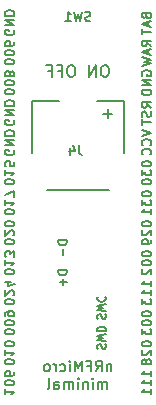
<source format=gbo>
G04 #@! TF.GenerationSoftware,KiCad,Pcbnew,5.1.4+dfsg1-1*
G04 #@! TF.CreationDate,2020-04-01T11:30:31+02:00*
G04 #@! TF.ProjectId,nrfmicro,6e72666d-6963-4726-9f2e-6b696361645f,rev?*
G04 #@! TF.SameCoordinates,Original*
G04 #@! TF.FileFunction,Legend,Bot*
G04 #@! TF.FilePolarity,Positive*
%FSLAX46Y46*%
G04 Gerber Fmt 4.6, Leading zero omitted, Abs format (unit mm)*
G04 Created by KiCad (PCBNEW 5.1.4+dfsg1-1) date 2020-04-01 11:30:31*
%MOMM*%
%LPD*%
G04 APERTURE LIST*
%ADD10C,0.150000*%
%ADD11C,0.200000*%
G04 APERTURE END LIST*
D10*
X106722485Y-117504203D02*
X105960580Y-117504203D01*
X106341533Y-117885155D02*
X106341533Y-117123251D01*
X106182485Y-113392655D02*
X105992009Y-113392655D01*
X105896771Y-113440275D01*
X105801533Y-113535513D01*
X105753913Y-113725989D01*
X105753913Y-114059322D01*
X105801533Y-114249798D01*
X105896771Y-114345036D01*
X105992009Y-114392655D01*
X106182485Y-114392655D01*
X106277723Y-114345036D01*
X106372961Y-114249798D01*
X106420580Y-114059322D01*
X106420580Y-113725989D01*
X106372961Y-113535513D01*
X106277723Y-113440275D01*
X106182485Y-113392655D01*
X105325342Y-114392655D02*
X105325342Y-113392655D01*
X104753913Y-114392655D01*
X104753913Y-113392655D01*
X103325342Y-113392655D02*
X103134866Y-113392655D01*
X103039628Y-113440275D01*
X102944390Y-113535513D01*
X102896771Y-113725989D01*
X102896771Y-114059322D01*
X102944390Y-114249798D01*
X103039628Y-114345036D01*
X103134866Y-114392655D01*
X103325342Y-114392655D01*
X103420580Y-114345036D01*
X103515818Y-114249798D01*
X103563437Y-114059322D01*
X103563437Y-113725989D01*
X103515818Y-113535513D01*
X103420580Y-113440275D01*
X103325342Y-113392655D01*
X102134866Y-113868846D02*
X102468199Y-113868846D01*
X102468199Y-114392655D02*
X102468199Y-113392655D01*
X101992009Y-113392655D01*
X101277723Y-113868846D02*
X101611056Y-113868846D01*
X101611056Y-114392655D02*
X101611056Y-113392655D01*
X101134866Y-113392655D01*
X106630104Y-138714917D02*
X106630104Y-139314917D01*
X106630104Y-138800632D02*
X106587247Y-138757775D01*
X106501533Y-138714917D01*
X106372961Y-138714917D01*
X106287247Y-138757775D01*
X106244390Y-138843489D01*
X106244390Y-139314917D01*
X105301533Y-139314917D02*
X105601533Y-138886346D01*
X105815818Y-139314917D02*
X105815818Y-138414917D01*
X105472961Y-138414917D01*
X105387247Y-138457775D01*
X105344390Y-138500632D01*
X105301533Y-138586346D01*
X105301533Y-138714917D01*
X105344390Y-138800632D01*
X105387247Y-138843489D01*
X105472961Y-138886346D01*
X105815818Y-138886346D01*
X104615818Y-138843489D02*
X104915818Y-138843489D01*
X104915818Y-139314917D02*
X104915818Y-138414917D01*
X104487247Y-138414917D01*
X104144390Y-139314917D02*
X104144390Y-138414917D01*
X103844390Y-139057775D01*
X103544390Y-138414917D01*
X103544390Y-139314917D01*
X103115818Y-139314917D02*
X103115818Y-138714917D01*
X103115818Y-138414917D02*
X103158675Y-138457775D01*
X103115818Y-138500632D01*
X103072961Y-138457775D01*
X103115818Y-138414917D01*
X103115818Y-138500632D01*
X102301532Y-139272060D02*
X102387247Y-139314917D01*
X102558675Y-139314917D01*
X102644390Y-139272060D01*
X102687247Y-139229203D01*
X102730104Y-139143489D01*
X102730104Y-138886346D01*
X102687247Y-138800632D01*
X102644390Y-138757775D01*
X102558675Y-138714917D01*
X102387247Y-138714917D01*
X102301532Y-138757775D01*
X101915818Y-139314917D02*
X101915818Y-138714917D01*
X101915818Y-138886346D02*
X101872961Y-138800632D01*
X101830104Y-138757775D01*
X101744390Y-138714917D01*
X101658675Y-138714917D01*
X101230104Y-139314917D02*
X101315818Y-139272060D01*
X101358675Y-139229203D01*
X101401532Y-139143489D01*
X101401532Y-138886346D01*
X101358675Y-138800632D01*
X101315818Y-138757775D01*
X101230104Y-138714917D01*
X101101532Y-138714917D01*
X101015818Y-138757775D01*
X100972961Y-138800632D01*
X100930104Y-138886346D01*
X100930104Y-139143489D01*
X100972961Y-139229203D01*
X101015818Y-139272060D01*
X101101532Y-139314917D01*
X101230104Y-139314917D01*
X106265818Y-140814917D02*
X106265818Y-140214917D01*
X106265818Y-140300632D02*
X106222961Y-140257775D01*
X106137247Y-140214917D01*
X106008675Y-140214917D01*
X105922961Y-140257775D01*
X105880104Y-140343489D01*
X105880104Y-140814917D01*
X105880104Y-140343489D02*
X105837247Y-140257775D01*
X105751533Y-140214917D01*
X105622961Y-140214917D01*
X105537247Y-140257775D01*
X105494390Y-140343489D01*
X105494390Y-140814917D01*
X105065818Y-140814917D02*
X105065818Y-140214917D01*
X105065818Y-139914917D02*
X105108675Y-139957775D01*
X105065818Y-140000632D01*
X105022961Y-139957775D01*
X105065818Y-139914917D01*
X105065818Y-140000632D01*
X104637247Y-140214917D02*
X104637247Y-140814917D01*
X104637247Y-140300632D02*
X104594390Y-140257775D01*
X104508675Y-140214917D01*
X104380104Y-140214917D01*
X104294390Y-140257775D01*
X104251533Y-140343489D01*
X104251533Y-140814917D01*
X103822961Y-140814917D02*
X103822961Y-140214917D01*
X103822961Y-139914917D02*
X103865818Y-139957775D01*
X103822961Y-140000632D01*
X103780104Y-139957775D01*
X103822961Y-139914917D01*
X103822961Y-140000632D01*
X103394390Y-140814917D02*
X103394390Y-140214917D01*
X103394390Y-140300632D02*
X103351533Y-140257775D01*
X103265818Y-140214917D01*
X103137247Y-140214917D01*
X103051533Y-140257775D01*
X103008675Y-140343489D01*
X103008675Y-140814917D01*
X103008675Y-140343489D02*
X102965818Y-140257775D01*
X102880104Y-140214917D01*
X102751533Y-140214917D01*
X102665818Y-140257775D01*
X102622961Y-140343489D01*
X102622961Y-140814917D01*
X101808675Y-140814917D02*
X101808675Y-140343489D01*
X101851533Y-140257775D01*
X101937247Y-140214917D01*
X102108675Y-140214917D01*
X102194390Y-140257775D01*
X101808675Y-140772060D02*
X101894390Y-140814917D01*
X102108675Y-140814917D01*
X102194390Y-140772060D01*
X102237247Y-140686346D01*
X102237247Y-140600632D01*
X102194390Y-140514917D01*
X102108675Y-140472060D01*
X101894390Y-140472060D01*
X101808675Y-140429203D01*
X101251533Y-140814917D02*
X101337247Y-140772060D01*
X101380104Y-140686346D01*
X101380104Y-139914917D01*
D11*
X101218000Y-123998000D02*
X106418000Y-123998000D01*
X99918000Y-116398000D02*
X99918000Y-120798000D01*
X107718000Y-116398000D02*
X105453000Y-116398000D01*
X107718000Y-116398000D02*
X107718000Y-120798000D01*
X102183000Y-116398000D02*
X99918000Y-116398000D01*
D10*
X102848199Y-130786108D02*
X102148199Y-130786108D01*
X102148199Y-130952775D01*
X102181533Y-131052775D01*
X102248199Y-131119441D01*
X102314866Y-131152775D01*
X102448199Y-131186108D01*
X102548199Y-131186108D01*
X102681533Y-131152775D01*
X102748199Y-131119441D01*
X102814866Y-131052775D01*
X102848199Y-130952775D01*
X102848199Y-130786108D01*
X102581533Y-131486108D02*
X102581533Y-132019441D01*
X102848199Y-131752775D02*
X102314866Y-131752775D01*
X102848199Y-128246108D02*
X102148199Y-128246108D01*
X102148199Y-128412775D01*
X102181533Y-128512775D01*
X102248199Y-128579441D01*
X102314866Y-128612775D01*
X102448199Y-128646108D01*
X102548199Y-128646108D01*
X102681533Y-128612775D01*
X102748199Y-128579441D01*
X102814866Y-128512775D01*
X102848199Y-128412775D01*
X102848199Y-128246108D01*
X102581533Y-128946108D02*
X102581533Y-129479441D01*
X103884666Y-120169679D02*
X103884666Y-120741108D01*
X103922761Y-120855394D01*
X103998952Y-120931584D01*
X104113238Y-120969679D01*
X104189428Y-120969679D01*
X103160857Y-120436346D02*
X103160857Y-120969679D01*
X103351333Y-120131584D02*
X103541809Y-120703013D01*
X103046571Y-120703013D01*
X105486699Y-134892775D02*
X105453366Y-134792775D01*
X105453366Y-134626108D01*
X105486699Y-134559441D01*
X105520033Y-134526108D01*
X105586699Y-134492775D01*
X105653366Y-134492775D01*
X105720033Y-134526108D01*
X105753366Y-134559441D01*
X105786699Y-134626108D01*
X105820033Y-134759441D01*
X105853366Y-134826108D01*
X105886699Y-134859441D01*
X105953366Y-134892775D01*
X106020033Y-134892775D01*
X106086699Y-134859441D01*
X106120033Y-134826108D01*
X106153366Y-134759441D01*
X106153366Y-134592775D01*
X106120033Y-134492775D01*
X106153366Y-134259441D02*
X105453366Y-134092775D01*
X105953366Y-133959441D01*
X105453366Y-133826108D01*
X106153366Y-133659441D01*
X105520033Y-132992775D02*
X105486699Y-133026108D01*
X105453366Y-133126108D01*
X105453366Y-133192775D01*
X105486699Y-133292775D01*
X105553366Y-133359441D01*
X105620033Y-133392775D01*
X105753366Y-133426108D01*
X105853366Y-133426108D01*
X105986699Y-133392775D01*
X106053366Y-133359441D01*
X106120033Y-133292775D01*
X106153366Y-133192775D01*
X106153366Y-133126108D01*
X106120033Y-133026108D01*
X106086699Y-132992775D01*
X105486699Y-137432775D02*
X105453366Y-137332775D01*
X105453366Y-137166108D01*
X105486699Y-137099441D01*
X105520033Y-137066108D01*
X105586699Y-137032775D01*
X105653366Y-137032775D01*
X105720033Y-137066108D01*
X105753366Y-137099441D01*
X105786699Y-137166108D01*
X105820033Y-137299441D01*
X105853366Y-137366108D01*
X105886699Y-137399441D01*
X105953366Y-137432775D01*
X106020033Y-137432775D01*
X106086699Y-137399441D01*
X106120033Y-137366108D01*
X106153366Y-137299441D01*
X106153366Y-137132775D01*
X106120033Y-137032775D01*
X106153366Y-136799441D02*
X105453366Y-136632775D01*
X105953366Y-136499441D01*
X105453366Y-136366108D01*
X106153366Y-136199441D01*
X105453366Y-135932775D02*
X106153366Y-135932775D01*
X106153366Y-135766108D01*
X106120033Y-135666108D01*
X106053366Y-135599441D01*
X105986699Y-135566108D01*
X105853366Y-135532775D01*
X105753366Y-135532775D01*
X105620033Y-135566108D01*
X105553366Y-135599441D01*
X105486699Y-135666108D01*
X105453366Y-135766108D01*
X105453366Y-135932775D01*
X109586857Y-109222523D02*
X109624952Y-109336809D01*
X109663047Y-109374904D01*
X109739238Y-109413000D01*
X109853523Y-109413000D01*
X109929714Y-109374904D01*
X109967809Y-109336809D01*
X110005904Y-109260619D01*
X110005904Y-108955857D01*
X109205904Y-108955857D01*
X109205904Y-109222523D01*
X109244000Y-109298714D01*
X109282095Y-109336809D01*
X109358285Y-109374904D01*
X109434476Y-109374904D01*
X109510666Y-109336809D01*
X109548761Y-109298714D01*
X109586857Y-109222523D01*
X109586857Y-108955857D01*
X109777333Y-109717761D02*
X109777333Y-110098714D01*
X110005904Y-109641571D02*
X109205904Y-109908238D01*
X110005904Y-110174904D01*
X109205904Y-110327285D02*
X109205904Y-110784428D01*
X110005904Y-110555857D02*
X109205904Y-110555857D01*
X98360000Y-110422523D02*
X98398095Y-110498714D01*
X98398095Y-110613000D01*
X98360000Y-110727285D01*
X98283809Y-110803476D01*
X98207619Y-110841571D01*
X98055238Y-110879666D01*
X97940952Y-110879666D01*
X97788571Y-110841571D01*
X97712380Y-110803476D01*
X97636190Y-110727285D01*
X97598095Y-110613000D01*
X97598095Y-110536809D01*
X97636190Y-110422523D01*
X97674285Y-110384428D01*
X97940952Y-110384428D01*
X97940952Y-110536809D01*
X97598095Y-110041571D02*
X98398095Y-110041571D01*
X97598095Y-109584428D01*
X98398095Y-109584428D01*
X97598095Y-109203476D02*
X98398095Y-109203476D01*
X98398095Y-109013000D01*
X98360000Y-108898714D01*
X98283809Y-108822523D01*
X98207619Y-108784428D01*
X98055238Y-108746333D01*
X97940952Y-108746333D01*
X97788571Y-108784428D01*
X97712380Y-108822523D01*
X97636190Y-108898714D01*
X97598095Y-109013000D01*
X97598095Y-109203476D01*
X104868666Y-109628809D02*
X104754380Y-109666904D01*
X104563904Y-109666904D01*
X104487714Y-109628809D01*
X104449619Y-109590714D01*
X104411523Y-109514523D01*
X104411523Y-109438333D01*
X104449619Y-109362142D01*
X104487714Y-109324047D01*
X104563904Y-109285952D01*
X104716285Y-109247857D01*
X104792476Y-109209761D01*
X104830571Y-109171666D01*
X104868666Y-109095476D01*
X104868666Y-109019285D01*
X104830571Y-108943095D01*
X104792476Y-108905000D01*
X104716285Y-108866904D01*
X104525809Y-108866904D01*
X104411523Y-108905000D01*
X104144857Y-108866904D02*
X103954380Y-109666904D01*
X103802000Y-109095476D01*
X103649619Y-109666904D01*
X103459142Y-108866904D01*
X102735333Y-109666904D02*
X103192476Y-109666904D01*
X102963904Y-109666904D02*
X102963904Y-108866904D01*
X103040095Y-108981190D01*
X103116285Y-109057380D01*
X103192476Y-109095476D01*
X110005437Y-111800394D02*
X109624485Y-111533727D01*
X110005437Y-111343251D02*
X109205437Y-111343251D01*
X109205437Y-111648013D01*
X109243533Y-111724203D01*
X109281628Y-111762298D01*
X109357818Y-111800394D01*
X109472104Y-111800394D01*
X109548294Y-111762298D01*
X109586390Y-111724203D01*
X109624485Y-111648013D01*
X109624485Y-111343251D01*
X109776866Y-112105155D02*
X109776866Y-112486108D01*
X110005437Y-112028965D02*
X109205437Y-112295632D01*
X110005437Y-112562298D01*
X109205437Y-112752775D02*
X110005437Y-112943251D01*
X109434009Y-113095632D01*
X110005437Y-113248013D01*
X109205437Y-113438489D01*
X98397628Y-113152775D02*
X98397628Y-113076584D01*
X98359533Y-113000394D01*
X98321437Y-112962298D01*
X98245247Y-112924203D01*
X98092866Y-112886108D01*
X97902390Y-112886108D01*
X97750009Y-112924203D01*
X97673818Y-112962298D01*
X97635723Y-113000394D01*
X97597628Y-113076584D01*
X97597628Y-113152775D01*
X97635723Y-113228965D01*
X97673818Y-113267060D01*
X97750009Y-113305155D01*
X97902390Y-113343251D01*
X98092866Y-113343251D01*
X98245247Y-113305155D01*
X98321437Y-113267060D01*
X98359533Y-113228965D01*
X98397628Y-113152775D01*
X98397628Y-112390870D02*
X98397628Y-112314679D01*
X98359533Y-112238489D01*
X98321437Y-112200394D01*
X98245247Y-112162298D01*
X98092866Y-112124203D01*
X97902390Y-112124203D01*
X97750009Y-112162298D01*
X97673818Y-112200394D01*
X97635723Y-112238489D01*
X97597628Y-112314679D01*
X97597628Y-112390870D01*
X97635723Y-112467060D01*
X97673818Y-112505155D01*
X97750009Y-112543251D01*
X97902390Y-112581346D01*
X98092866Y-112581346D01*
X98245247Y-112543251D01*
X98321437Y-112505155D01*
X98359533Y-112467060D01*
X98397628Y-112390870D01*
X98397628Y-111438489D02*
X98397628Y-111590870D01*
X98359533Y-111667060D01*
X98321437Y-111705155D01*
X98207152Y-111781346D01*
X98054771Y-111819441D01*
X97750009Y-111819441D01*
X97673818Y-111781346D01*
X97635723Y-111743251D01*
X97597628Y-111667060D01*
X97597628Y-111514679D01*
X97635723Y-111438489D01*
X97673818Y-111400394D01*
X97750009Y-111362298D01*
X97940485Y-111362298D01*
X98016675Y-111400394D01*
X98054771Y-111438489D01*
X98092866Y-111514679D01*
X98092866Y-111667060D01*
X98054771Y-111743251D01*
X98016675Y-111781346D01*
X97940485Y-111819441D01*
X98397628Y-115692775D02*
X98397628Y-115616584D01*
X98359533Y-115540394D01*
X98321437Y-115502298D01*
X98245247Y-115464203D01*
X98092866Y-115426108D01*
X97902390Y-115426108D01*
X97750009Y-115464203D01*
X97673818Y-115502298D01*
X97635723Y-115540394D01*
X97597628Y-115616584D01*
X97597628Y-115692775D01*
X97635723Y-115768965D01*
X97673818Y-115807060D01*
X97750009Y-115845155D01*
X97902390Y-115883251D01*
X98092866Y-115883251D01*
X98245247Y-115845155D01*
X98321437Y-115807060D01*
X98359533Y-115768965D01*
X98397628Y-115692775D01*
X98397628Y-114930870D02*
X98397628Y-114854679D01*
X98359533Y-114778489D01*
X98321437Y-114740394D01*
X98245247Y-114702298D01*
X98092866Y-114664203D01*
X97902390Y-114664203D01*
X97750009Y-114702298D01*
X97673818Y-114740394D01*
X97635723Y-114778489D01*
X97597628Y-114854679D01*
X97597628Y-114930870D01*
X97635723Y-115007060D01*
X97673818Y-115045155D01*
X97750009Y-115083251D01*
X97902390Y-115121346D01*
X98092866Y-115121346D01*
X98245247Y-115083251D01*
X98321437Y-115045155D01*
X98359533Y-115007060D01*
X98397628Y-114930870D01*
X98054771Y-114207060D02*
X98092866Y-114283251D01*
X98130961Y-114321346D01*
X98207152Y-114359441D01*
X98245247Y-114359441D01*
X98321437Y-114321346D01*
X98359533Y-114283251D01*
X98397628Y-114207060D01*
X98397628Y-114054679D01*
X98359533Y-113978489D01*
X98321437Y-113940394D01*
X98245247Y-113902298D01*
X98207152Y-113902298D01*
X98130961Y-113940394D01*
X98092866Y-113978489D01*
X98054771Y-114054679D01*
X98054771Y-114207060D01*
X98016675Y-114283251D01*
X97978580Y-114321346D01*
X97902390Y-114359441D01*
X97750009Y-114359441D01*
X97673818Y-114321346D01*
X97635723Y-114283251D01*
X97597628Y-114207060D01*
X97597628Y-114054679D01*
X97635723Y-113978489D01*
X97673818Y-113940394D01*
X97750009Y-113902298D01*
X97902390Y-113902298D01*
X97978580Y-113940394D01*
X98016675Y-113978489D01*
X98054771Y-114054679D01*
X98359533Y-118042298D02*
X98397628Y-118118489D01*
X98397628Y-118232775D01*
X98359533Y-118347060D01*
X98283342Y-118423251D01*
X98207152Y-118461346D01*
X98054771Y-118499441D01*
X97940485Y-118499441D01*
X97788104Y-118461346D01*
X97711913Y-118423251D01*
X97635723Y-118347060D01*
X97597628Y-118232775D01*
X97597628Y-118156584D01*
X97635723Y-118042298D01*
X97673818Y-118004203D01*
X97940485Y-118004203D01*
X97940485Y-118156584D01*
X97597628Y-117661346D02*
X98397628Y-117661346D01*
X97597628Y-117204203D01*
X98397628Y-117204203D01*
X97597628Y-116823251D02*
X98397628Y-116823251D01*
X98397628Y-116632775D01*
X98359533Y-116518489D01*
X98283342Y-116442298D01*
X98207152Y-116404203D01*
X98054771Y-116366108D01*
X97940485Y-116366108D01*
X97788104Y-116404203D01*
X97711913Y-116442298D01*
X97635723Y-116518489D01*
X97597628Y-116632775D01*
X97597628Y-116823251D01*
X98359533Y-120582298D02*
X98397628Y-120658489D01*
X98397628Y-120772775D01*
X98359533Y-120887060D01*
X98283342Y-120963251D01*
X98207152Y-121001346D01*
X98054771Y-121039441D01*
X97940485Y-121039441D01*
X97788104Y-121001346D01*
X97711913Y-120963251D01*
X97635723Y-120887060D01*
X97597628Y-120772775D01*
X97597628Y-120696584D01*
X97635723Y-120582298D01*
X97673818Y-120544203D01*
X97940485Y-120544203D01*
X97940485Y-120696584D01*
X97597628Y-120201346D02*
X98397628Y-120201346D01*
X97597628Y-119744203D01*
X98397628Y-119744203D01*
X97597628Y-119363251D02*
X98397628Y-119363251D01*
X98397628Y-119172775D01*
X98359533Y-119058489D01*
X98283342Y-118982298D01*
X98207152Y-118944203D01*
X98054771Y-118906108D01*
X97940485Y-118906108D01*
X97788104Y-118944203D01*
X97711913Y-118982298D01*
X97635723Y-119058489D01*
X97597628Y-119172775D01*
X97597628Y-119363251D01*
X110005437Y-116994679D02*
X109624485Y-116728013D01*
X110005437Y-116537536D02*
X109205437Y-116537536D01*
X109205437Y-116842298D01*
X109243533Y-116918489D01*
X109281628Y-116956584D01*
X109357818Y-116994679D01*
X109472104Y-116994679D01*
X109548294Y-116956584D01*
X109586390Y-116918489D01*
X109624485Y-116842298D01*
X109624485Y-116537536D01*
X109967342Y-117299441D02*
X110005437Y-117413727D01*
X110005437Y-117604203D01*
X109967342Y-117680394D01*
X109929247Y-117718489D01*
X109853056Y-117756584D01*
X109776866Y-117756584D01*
X109700675Y-117718489D01*
X109662580Y-117680394D01*
X109624485Y-117604203D01*
X109586390Y-117451822D01*
X109548294Y-117375632D01*
X109510199Y-117337536D01*
X109434009Y-117299441D01*
X109357818Y-117299441D01*
X109281628Y-117337536D01*
X109243533Y-117375632D01*
X109205437Y-117451822D01*
X109205437Y-117642298D01*
X109243533Y-117756584D01*
X109205437Y-117985155D02*
X109205437Y-118442298D01*
X110005437Y-118213727D02*
X109205437Y-118213727D01*
X109243533Y-114283251D02*
X109205437Y-114207060D01*
X109205437Y-114092775D01*
X109243533Y-113978489D01*
X109319723Y-113902298D01*
X109395913Y-113864203D01*
X109548294Y-113826108D01*
X109662580Y-113826108D01*
X109814961Y-113864203D01*
X109891152Y-113902298D01*
X109967342Y-113978489D01*
X110005437Y-114092775D01*
X110005437Y-114168965D01*
X109967342Y-114283251D01*
X109929247Y-114321346D01*
X109662580Y-114321346D01*
X109662580Y-114168965D01*
X110005437Y-114664203D02*
X109205437Y-114664203D01*
X110005437Y-115121346D01*
X109205437Y-115121346D01*
X110005437Y-115502298D02*
X109205437Y-115502298D01*
X109205437Y-115692775D01*
X109243533Y-115807060D01*
X109319723Y-115883251D01*
X109395913Y-115921346D01*
X109548294Y-115959441D01*
X109662580Y-115959441D01*
X109814961Y-115921346D01*
X109891152Y-115883251D01*
X109967342Y-115807060D01*
X110005437Y-115692775D01*
X110005437Y-115502298D01*
X109205437Y-118906108D02*
X110005437Y-119172775D01*
X109205437Y-119439441D01*
X109929247Y-120163251D02*
X109967342Y-120125155D01*
X110005437Y-120010870D01*
X110005437Y-119934679D01*
X109967342Y-119820394D01*
X109891152Y-119744203D01*
X109814961Y-119706108D01*
X109662580Y-119668013D01*
X109548294Y-119668013D01*
X109395913Y-119706108D01*
X109319723Y-119744203D01*
X109243533Y-119820394D01*
X109205437Y-119934679D01*
X109205437Y-120010870D01*
X109243533Y-120125155D01*
X109281628Y-120163251D01*
X109929247Y-120963251D02*
X109967342Y-120925155D01*
X110005437Y-120810870D01*
X110005437Y-120734679D01*
X109967342Y-120620394D01*
X109891152Y-120544203D01*
X109814961Y-120506108D01*
X109662580Y-120468013D01*
X109548294Y-120468013D01*
X109395913Y-120506108D01*
X109319723Y-120544203D01*
X109243533Y-120620394D01*
X109205437Y-120734679D01*
X109205437Y-120810870D01*
X109243533Y-120925155D01*
X109281628Y-120963251D01*
X98397628Y-138552775D02*
X98397628Y-138476584D01*
X98359533Y-138400394D01*
X98321437Y-138362298D01*
X98245247Y-138324203D01*
X98092866Y-138286108D01*
X97902390Y-138286108D01*
X97750009Y-138324203D01*
X97673818Y-138362298D01*
X97635723Y-138400394D01*
X97597628Y-138476584D01*
X97597628Y-138552775D01*
X97635723Y-138628965D01*
X97673818Y-138667060D01*
X97750009Y-138705155D01*
X97902390Y-138743251D01*
X98092866Y-138743251D01*
X98245247Y-138705155D01*
X98321437Y-138667060D01*
X98359533Y-138628965D01*
X98397628Y-138552775D01*
X97597628Y-137524203D02*
X97597628Y-137981346D01*
X97597628Y-137752775D02*
X98397628Y-137752775D01*
X98283342Y-137828965D01*
X98207152Y-137905155D01*
X98169056Y-137981346D01*
X98397628Y-137028965D02*
X98397628Y-136952775D01*
X98359533Y-136876584D01*
X98321437Y-136838489D01*
X98245247Y-136800394D01*
X98092866Y-136762298D01*
X97902390Y-136762298D01*
X97750009Y-136800394D01*
X97673818Y-136838489D01*
X97635723Y-136876584D01*
X97597628Y-136952775D01*
X97597628Y-137028965D01*
X97635723Y-137105155D01*
X97673818Y-137143251D01*
X97750009Y-137181346D01*
X97902390Y-137219441D01*
X98092866Y-137219441D01*
X98245247Y-137181346D01*
X98321437Y-137143251D01*
X98359533Y-137105155D01*
X98397628Y-137028965D01*
X98397628Y-125852775D02*
X98397628Y-125776584D01*
X98359533Y-125700394D01*
X98321437Y-125662298D01*
X98245247Y-125624203D01*
X98092866Y-125586108D01*
X97902390Y-125586108D01*
X97750009Y-125624203D01*
X97673818Y-125662298D01*
X97635723Y-125700394D01*
X97597628Y-125776584D01*
X97597628Y-125852775D01*
X97635723Y-125928965D01*
X97673818Y-125967060D01*
X97750009Y-126005155D01*
X97902390Y-126043251D01*
X98092866Y-126043251D01*
X98245247Y-126005155D01*
X98321437Y-125967060D01*
X98359533Y-125928965D01*
X98397628Y-125852775D01*
X97597628Y-124824203D02*
X97597628Y-125281346D01*
X97597628Y-125052775D02*
X98397628Y-125052775D01*
X98283342Y-125128965D01*
X98207152Y-125205155D01*
X98169056Y-125281346D01*
X98397628Y-124557536D02*
X98397628Y-124024203D01*
X97597628Y-124367060D01*
X98397628Y-128392775D02*
X98397628Y-128316584D01*
X98359533Y-128240394D01*
X98321437Y-128202298D01*
X98245247Y-128164203D01*
X98092866Y-128126108D01*
X97902390Y-128126108D01*
X97750009Y-128164203D01*
X97673818Y-128202298D01*
X97635723Y-128240394D01*
X97597628Y-128316584D01*
X97597628Y-128392775D01*
X97635723Y-128468965D01*
X97673818Y-128507060D01*
X97750009Y-128545155D01*
X97902390Y-128583251D01*
X98092866Y-128583251D01*
X98245247Y-128545155D01*
X98321437Y-128507060D01*
X98359533Y-128468965D01*
X98397628Y-128392775D01*
X98321437Y-127821346D02*
X98359533Y-127783251D01*
X98397628Y-127707060D01*
X98397628Y-127516584D01*
X98359533Y-127440394D01*
X98321437Y-127402298D01*
X98245247Y-127364203D01*
X98169056Y-127364203D01*
X98054771Y-127402298D01*
X97597628Y-127859441D01*
X97597628Y-127364203D01*
X98397628Y-126868965D02*
X98397628Y-126792775D01*
X98359533Y-126716584D01*
X98321437Y-126678489D01*
X98245247Y-126640394D01*
X98092866Y-126602298D01*
X97902390Y-126602298D01*
X97750009Y-126640394D01*
X97673818Y-126678489D01*
X97635723Y-126716584D01*
X97597628Y-126792775D01*
X97597628Y-126868965D01*
X97635723Y-126945155D01*
X97673818Y-126983251D01*
X97750009Y-127021346D01*
X97902390Y-127059441D01*
X98092866Y-127059441D01*
X98245247Y-127021346D01*
X98321437Y-126983251D01*
X98359533Y-126945155D01*
X98397628Y-126868965D01*
X98397628Y-123312775D02*
X98397628Y-123236584D01*
X98359533Y-123160394D01*
X98321437Y-123122298D01*
X98245247Y-123084203D01*
X98092866Y-123046108D01*
X97902390Y-123046108D01*
X97750009Y-123084203D01*
X97673818Y-123122298D01*
X97635723Y-123160394D01*
X97597628Y-123236584D01*
X97597628Y-123312775D01*
X97635723Y-123388965D01*
X97673818Y-123427060D01*
X97750009Y-123465155D01*
X97902390Y-123503251D01*
X98092866Y-123503251D01*
X98245247Y-123465155D01*
X98321437Y-123427060D01*
X98359533Y-123388965D01*
X98397628Y-123312775D01*
X97597628Y-122284203D02*
X97597628Y-122741346D01*
X97597628Y-122512775D02*
X98397628Y-122512775D01*
X98283342Y-122588965D01*
X98207152Y-122665155D01*
X98169056Y-122741346D01*
X98397628Y-121560394D02*
X98397628Y-121941346D01*
X98016675Y-121979441D01*
X98054771Y-121941346D01*
X98092866Y-121865155D01*
X98092866Y-121674679D01*
X98054771Y-121598489D01*
X98016675Y-121560394D01*
X97940485Y-121522298D01*
X97750009Y-121522298D01*
X97673818Y-121560394D01*
X97635723Y-121598489D01*
X97597628Y-121674679D01*
X97597628Y-121865155D01*
X97635723Y-121941346D01*
X97673818Y-121979441D01*
X98397628Y-130932775D02*
X98397628Y-130856584D01*
X98359533Y-130780394D01*
X98321437Y-130742298D01*
X98245247Y-130704203D01*
X98092866Y-130666108D01*
X97902390Y-130666108D01*
X97750009Y-130704203D01*
X97673818Y-130742298D01*
X97635723Y-130780394D01*
X97597628Y-130856584D01*
X97597628Y-130932775D01*
X97635723Y-131008965D01*
X97673818Y-131047060D01*
X97750009Y-131085155D01*
X97902390Y-131123251D01*
X98092866Y-131123251D01*
X98245247Y-131085155D01*
X98321437Y-131047060D01*
X98359533Y-131008965D01*
X98397628Y-130932775D01*
X97597628Y-129904203D02*
X97597628Y-130361346D01*
X97597628Y-130132775D02*
X98397628Y-130132775D01*
X98283342Y-130208965D01*
X98207152Y-130285155D01*
X98169056Y-130361346D01*
X98397628Y-129637536D02*
X98397628Y-129142298D01*
X98092866Y-129408965D01*
X98092866Y-129294679D01*
X98054771Y-129218489D01*
X98016675Y-129180394D01*
X97940485Y-129142298D01*
X97750009Y-129142298D01*
X97673818Y-129180394D01*
X97635723Y-129218489D01*
X97597628Y-129294679D01*
X97597628Y-129523251D01*
X97635723Y-129599441D01*
X97673818Y-129637536D01*
X98397628Y-136012775D02*
X98397628Y-135936584D01*
X98359533Y-135860394D01*
X98321437Y-135822298D01*
X98245247Y-135784203D01*
X98092866Y-135746108D01*
X97902390Y-135746108D01*
X97750009Y-135784203D01*
X97673818Y-135822298D01*
X97635723Y-135860394D01*
X97597628Y-135936584D01*
X97597628Y-136012775D01*
X97635723Y-136088965D01*
X97673818Y-136127060D01*
X97750009Y-136165155D01*
X97902390Y-136203251D01*
X98092866Y-136203251D01*
X98245247Y-136165155D01*
X98321437Y-136127060D01*
X98359533Y-136088965D01*
X98397628Y-136012775D01*
X98397628Y-135250870D02*
X98397628Y-135174679D01*
X98359533Y-135098489D01*
X98321437Y-135060394D01*
X98245247Y-135022298D01*
X98092866Y-134984203D01*
X97902390Y-134984203D01*
X97750009Y-135022298D01*
X97673818Y-135060394D01*
X97635723Y-135098489D01*
X97597628Y-135174679D01*
X97597628Y-135250870D01*
X97635723Y-135327060D01*
X97673818Y-135365155D01*
X97750009Y-135403251D01*
X97902390Y-135441346D01*
X98092866Y-135441346D01*
X98245247Y-135403251D01*
X98321437Y-135365155D01*
X98359533Y-135327060D01*
X98397628Y-135250870D01*
X97597628Y-134603251D02*
X97597628Y-134450870D01*
X97635723Y-134374679D01*
X97673818Y-134336584D01*
X97788104Y-134260394D01*
X97940485Y-134222298D01*
X98245247Y-134222298D01*
X98321437Y-134260394D01*
X98359533Y-134298489D01*
X98397628Y-134374679D01*
X98397628Y-134527060D01*
X98359533Y-134603251D01*
X98321437Y-134641346D01*
X98245247Y-134679441D01*
X98054771Y-134679441D01*
X97978580Y-134641346D01*
X97940485Y-134603251D01*
X97902390Y-134527060D01*
X97902390Y-134374679D01*
X97940485Y-134298489D01*
X97978580Y-134260394D01*
X98054771Y-134222298D01*
X98397628Y-133472775D02*
X98397628Y-133396584D01*
X98359533Y-133320394D01*
X98321437Y-133282298D01*
X98245247Y-133244203D01*
X98092866Y-133206108D01*
X97902390Y-133206108D01*
X97750009Y-133244203D01*
X97673818Y-133282298D01*
X97635723Y-133320394D01*
X97597628Y-133396584D01*
X97597628Y-133472775D01*
X97635723Y-133548965D01*
X97673818Y-133587060D01*
X97750009Y-133625155D01*
X97902390Y-133663251D01*
X98092866Y-133663251D01*
X98245247Y-133625155D01*
X98321437Y-133587060D01*
X98359533Y-133548965D01*
X98397628Y-133472775D01*
X98321437Y-132901346D02*
X98359533Y-132863251D01*
X98397628Y-132787060D01*
X98397628Y-132596584D01*
X98359533Y-132520394D01*
X98321437Y-132482298D01*
X98245247Y-132444203D01*
X98169056Y-132444203D01*
X98054771Y-132482298D01*
X97597628Y-132939441D01*
X97597628Y-132444203D01*
X98130961Y-131758489D02*
X97597628Y-131758489D01*
X98435723Y-131948965D02*
X97864294Y-132139441D01*
X97864294Y-131644203D01*
X97597628Y-140826108D02*
X97597628Y-141283251D01*
X97597628Y-141054679D02*
X98397628Y-141054679D01*
X98283342Y-141130870D01*
X98207152Y-141207060D01*
X98169056Y-141283251D01*
X98397628Y-140330870D02*
X98397628Y-140254679D01*
X98359533Y-140178489D01*
X98321437Y-140140394D01*
X98245247Y-140102298D01*
X98092866Y-140064203D01*
X97902390Y-140064203D01*
X97750009Y-140102298D01*
X97673818Y-140140394D01*
X97635723Y-140178489D01*
X97597628Y-140254679D01*
X97597628Y-140330870D01*
X97635723Y-140407060D01*
X97673818Y-140445155D01*
X97750009Y-140483251D01*
X97902390Y-140521346D01*
X98092866Y-140521346D01*
X98245247Y-140483251D01*
X98321437Y-140445155D01*
X98359533Y-140407060D01*
X98397628Y-140330870D01*
X98397628Y-139378489D02*
X98397628Y-139530870D01*
X98359533Y-139607060D01*
X98321437Y-139645155D01*
X98207152Y-139721346D01*
X98054771Y-139759441D01*
X97750009Y-139759441D01*
X97673818Y-139721346D01*
X97635723Y-139683251D01*
X97597628Y-139607060D01*
X97597628Y-139454679D01*
X97635723Y-139378489D01*
X97673818Y-139340394D01*
X97750009Y-139302298D01*
X97940485Y-139302298D01*
X98016675Y-139340394D01*
X98054771Y-139378489D01*
X98092866Y-139454679D01*
X98092866Y-139607060D01*
X98054771Y-139683251D01*
X98016675Y-139721346D01*
X97940485Y-139759441D01*
X109205437Y-134412775D02*
X109205437Y-134488965D01*
X109243533Y-134565155D01*
X109281628Y-134603251D01*
X109357818Y-134641346D01*
X109510199Y-134679441D01*
X109700675Y-134679441D01*
X109853056Y-134641346D01*
X109929247Y-134603251D01*
X109967342Y-134565155D01*
X110005437Y-134488965D01*
X110005437Y-134412775D01*
X109967342Y-134336584D01*
X109929247Y-134298489D01*
X109853056Y-134260394D01*
X109700675Y-134222298D01*
X109510199Y-134222298D01*
X109357818Y-134260394D01*
X109281628Y-134298489D01*
X109243533Y-134336584D01*
X109205437Y-134412775D01*
X109205437Y-135174679D02*
X109205437Y-135250870D01*
X109243533Y-135327060D01*
X109281628Y-135365155D01*
X109357818Y-135403251D01*
X109510199Y-135441346D01*
X109700675Y-135441346D01*
X109853056Y-135403251D01*
X109929247Y-135365155D01*
X109967342Y-135327060D01*
X110005437Y-135250870D01*
X110005437Y-135174679D01*
X109967342Y-135098489D01*
X109929247Y-135060394D01*
X109853056Y-135022298D01*
X109700675Y-134984203D01*
X109510199Y-134984203D01*
X109357818Y-135022298D01*
X109281628Y-135060394D01*
X109243533Y-135098489D01*
X109205437Y-135174679D01*
X109205437Y-135708013D02*
X109205437Y-136203251D01*
X109510199Y-135936584D01*
X109510199Y-136050870D01*
X109548294Y-136127060D01*
X109586390Y-136165155D01*
X109662580Y-136203251D01*
X109853056Y-136203251D01*
X109929247Y-136165155D01*
X109967342Y-136127060D01*
X110005437Y-136050870D01*
X110005437Y-135822298D01*
X109967342Y-135746108D01*
X109929247Y-135708013D01*
X109205437Y-136952775D02*
X109205437Y-137028965D01*
X109243533Y-137105155D01*
X109281628Y-137143251D01*
X109357818Y-137181346D01*
X109510199Y-137219441D01*
X109700675Y-137219441D01*
X109853056Y-137181346D01*
X109929247Y-137143251D01*
X109967342Y-137105155D01*
X110005437Y-137028965D01*
X110005437Y-136952775D01*
X109967342Y-136876584D01*
X109929247Y-136838489D01*
X109853056Y-136800394D01*
X109700675Y-136762298D01*
X109510199Y-136762298D01*
X109357818Y-136800394D01*
X109281628Y-136838489D01*
X109243533Y-136876584D01*
X109205437Y-136952775D01*
X109281628Y-137524203D02*
X109243533Y-137562298D01*
X109205437Y-137638489D01*
X109205437Y-137828965D01*
X109243533Y-137905155D01*
X109281628Y-137943251D01*
X109357818Y-137981346D01*
X109434009Y-137981346D01*
X109548294Y-137943251D01*
X110005437Y-137486108D01*
X110005437Y-137981346D01*
X109548294Y-138438489D02*
X109510199Y-138362298D01*
X109472104Y-138324203D01*
X109395913Y-138286108D01*
X109357818Y-138286108D01*
X109281628Y-138324203D01*
X109243533Y-138362298D01*
X109205437Y-138438489D01*
X109205437Y-138590870D01*
X109243533Y-138667060D01*
X109281628Y-138705155D01*
X109357818Y-138743251D01*
X109395913Y-138743251D01*
X109472104Y-138705155D01*
X109510199Y-138667060D01*
X109548294Y-138590870D01*
X109548294Y-138438489D01*
X109586390Y-138362298D01*
X109624485Y-138324203D01*
X109700675Y-138286108D01*
X109853056Y-138286108D01*
X109929247Y-138324203D01*
X109967342Y-138362298D01*
X110005437Y-138438489D01*
X110005437Y-138590870D01*
X109967342Y-138667060D01*
X109929247Y-138705155D01*
X109853056Y-138743251D01*
X109700675Y-138743251D01*
X109624485Y-138705155D01*
X109586390Y-138667060D01*
X109548294Y-138590870D01*
X109205437Y-121712775D02*
X109205437Y-121788965D01*
X109243533Y-121865155D01*
X109281628Y-121903251D01*
X109357818Y-121941346D01*
X109510199Y-121979441D01*
X109700675Y-121979441D01*
X109853056Y-121941346D01*
X109929247Y-121903251D01*
X109967342Y-121865155D01*
X110005437Y-121788965D01*
X110005437Y-121712775D01*
X109967342Y-121636584D01*
X109929247Y-121598489D01*
X109853056Y-121560394D01*
X109700675Y-121522298D01*
X109510199Y-121522298D01*
X109357818Y-121560394D01*
X109281628Y-121598489D01*
X109243533Y-121636584D01*
X109205437Y-121712775D01*
X109205437Y-122246108D02*
X109205437Y-122741346D01*
X109510199Y-122474679D01*
X109510199Y-122588965D01*
X109548294Y-122665155D01*
X109586390Y-122703251D01*
X109662580Y-122741346D01*
X109853056Y-122741346D01*
X109929247Y-122703251D01*
X109967342Y-122665155D01*
X110005437Y-122588965D01*
X110005437Y-122360394D01*
X109967342Y-122284203D01*
X109929247Y-122246108D01*
X109205437Y-123236584D02*
X109205437Y-123312775D01*
X109243533Y-123388965D01*
X109281628Y-123427060D01*
X109357818Y-123465155D01*
X109510199Y-123503251D01*
X109700675Y-123503251D01*
X109853056Y-123465155D01*
X109929247Y-123427060D01*
X109967342Y-123388965D01*
X110005437Y-123312775D01*
X110005437Y-123236584D01*
X109967342Y-123160394D01*
X109929247Y-123122298D01*
X109853056Y-123084203D01*
X109700675Y-123046108D01*
X109510199Y-123046108D01*
X109357818Y-123084203D01*
X109281628Y-123122298D01*
X109243533Y-123160394D01*
X109205437Y-123236584D01*
X110005437Y-132139441D02*
X110005437Y-131682298D01*
X110005437Y-131910870D02*
X109205437Y-131910870D01*
X109319723Y-131834679D01*
X109395913Y-131758489D01*
X109434009Y-131682298D01*
X110005437Y-132901346D02*
X110005437Y-132444203D01*
X110005437Y-132672775D02*
X109205437Y-132672775D01*
X109319723Y-132596584D01*
X109395913Y-132520394D01*
X109434009Y-132444203D01*
X109205437Y-133168013D02*
X109205437Y-133663251D01*
X109510199Y-133396584D01*
X109510199Y-133510870D01*
X109548294Y-133587060D01*
X109586390Y-133625155D01*
X109662580Y-133663251D01*
X109853056Y-133663251D01*
X109929247Y-133625155D01*
X109967342Y-133587060D01*
X110005437Y-133510870D01*
X110005437Y-133282298D01*
X109967342Y-133206108D01*
X109929247Y-133168013D01*
X110005437Y-139759441D02*
X110005437Y-139302298D01*
X110005437Y-139530870D02*
X109205437Y-139530870D01*
X109319723Y-139454679D01*
X109395913Y-139378489D01*
X109434009Y-139302298D01*
X110005437Y-140521346D02*
X110005437Y-140064203D01*
X110005437Y-140292775D02*
X109205437Y-140292775D01*
X109319723Y-140216584D01*
X109395913Y-140140394D01*
X109434009Y-140064203D01*
X110005437Y-141283251D02*
X110005437Y-140826108D01*
X110005437Y-141054679D02*
X109205437Y-141054679D01*
X109319723Y-140978489D01*
X109395913Y-140902298D01*
X109434009Y-140826108D01*
X109205437Y-129332775D02*
X109205437Y-129408965D01*
X109243533Y-129485155D01*
X109281628Y-129523251D01*
X109357818Y-129561346D01*
X109510199Y-129599441D01*
X109700675Y-129599441D01*
X109853056Y-129561346D01*
X109929247Y-129523251D01*
X109967342Y-129485155D01*
X110005437Y-129408965D01*
X110005437Y-129332775D01*
X109967342Y-129256584D01*
X109929247Y-129218489D01*
X109853056Y-129180394D01*
X109700675Y-129142298D01*
X109510199Y-129142298D01*
X109357818Y-129180394D01*
X109281628Y-129218489D01*
X109243533Y-129256584D01*
X109205437Y-129332775D01*
X109205437Y-130094679D02*
X109205437Y-130170870D01*
X109243533Y-130247060D01*
X109281628Y-130285155D01*
X109357818Y-130323251D01*
X109510199Y-130361346D01*
X109700675Y-130361346D01*
X109853056Y-130323251D01*
X109929247Y-130285155D01*
X109967342Y-130247060D01*
X110005437Y-130170870D01*
X110005437Y-130094679D01*
X109967342Y-130018489D01*
X109929247Y-129980394D01*
X109853056Y-129942298D01*
X109700675Y-129904203D01*
X109510199Y-129904203D01*
X109357818Y-129942298D01*
X109281628Y-129980394D01*
X109243533Y-130018489D01*
X109205437Y-130094679D01*
X109281628Y-130666108D02*
X109243533Y-130704203D01*
X109205437Y-130780394D01*
X109205437Y-130970870D01*
X109243533Y-131047060D01*
X109281628Y-131085155D01*
X109357818Y-131123251D01*
X109434009Y-131123251D01*
X109548294Y-131085155D01*
X110005437Y-130628013D01*
X110005437Y-131123251D01*
X109205437Y-124252775D02*
X109205437Y-124328965D01*
X109243533Y-124405155D01*
X109281628Y-124443251D01*
X109357818Y-124481346D01*
X109510199Y-124519441D01*
X109700675Y-124519441D01*
X109853056Y-124481346D01*
X109929247Y-124443251D01*
X109967342Y-124405155D01*
X110005437Y-124328965D01*
X110005437Y-124252775D01*
X109967342Y-124176584D01*
X109929247Y-124138489D01*
X109853056Y-124100394D01*
X109700675Y-124062298D01*
X109510199Y-124062298D01*
X109357818Y-124100394D01*
X109281628Y-124138489D01*
X109243533Y-124176584D01*
X109205437Y-124252775D01*
X109205437Y-124786108D02*
X109205437Y-125281346D01*
X109510199Y-125014679D01*
X109510199Y-125128965D01*
X109548294Y-125205155D01*
X109586390Y-125243251D01*
X109662580Y-125281346D01*
X109853056Y-125281346D01*
X109929247Y-125243251D01*
X109967342Y-125205155D01*
X110005437Y-125128965D01*
X110005437Y-124900394D01*
X109967342Y-124824203D01*
X109929247Y-124786108D01*
X110005437Y-126043251D02*
X110005437Y-125586108D01*
X110005437Y-125814679D02*
X109205437Y-125814679D01*
X109319723Y-125738489D01*
X109395913Y-125662298D01*
X109434009Y-125586108D01*
X109205437Y-126792775D02*
X109205437Y-126868965D01*
X109243533Y-126945155D01*
X109281628Y-126983251D01*
X109357818Y-127021346D01*
X109510199Y-127059441D01*
X109700675Y-127059441D01*
X109853056Y-127021346D01*
X109929247Y-126983251D01*
X109967342Y-126945155D01*
X110005437Y-126868965D01*
X110005437Y-126792775D01*
X109967342Y-126716584D01*
X109929247Y-126678489D01*
X109853056Y-126640394D01*
X109700675Y-126602298D01*
X109510199Y-126602298D01*
X109357818Y-126640394D01*
X109281628Y-126678489D01*
X109243533Y-126716584D01*
X109205437Y-126792775D01*
X109281628Y-127364203D02*
X109243533Y-127402298D01*
X109205437Y-127478489D01*
X109205437Y-127668965D01*
X109243533Y-127745155D01*
X109281628Y-127783251D01*
X109357818Y-127821346D01*
X109434009Y-127821346D01*
X109548294Y-127783251D01*
X110005437Y-127326108D01*
X110005437Y-127821346D01*
X110005437Y-128202298D02*
X110005437Y-128354679D01*
X109967342Y-128430870D01*
X109929247Y-128468965D01*
X109814961Y-128545155D01*
X109662580Y-128583251D01*
X109357818Y-128583251D01*
X109281628Y-128545155D01*
X109243533Y-128507060D01*
X109205437Y-128430870D01*
X109205437Y-128278489D01*
X109243533Y-128202298D01*
X109281628Y-128164203D01*
X109357818Y-128126108D01*
X109548294Y-128126108D01*
X109624485Y-128164203D01*
X109662580Y-128202298D01*
X109700675Y-128278489D01*
X109700675Y-128430870D01*
X109662580Y-128507060D01*
X109624485Y-128545155D01*
X109548294Y-128583251D01*
M02*

</source>
